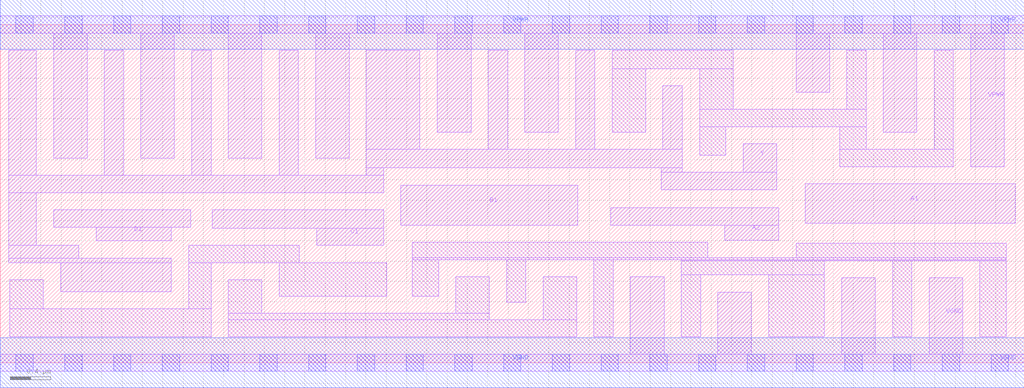
<source format=lef>
# Copyright 2020 The SkyWater PDK Authors
#
# Licensed under the Apache License, Version 2.0 (the "License");
# you may not use this file except in compliance with the License.
# You may obtain a copy of the License at
#
#     https://www.apache.org/licenses/LICENSE-2.0
#
# Unless required by applicable law or agreed to in writing, software
# distributed under the License is distributed on an "AS IS" BASIS,
# WITHOUT WARRANTIES OR CONDITIONS OF ANY KIND, either express or implied.
# See the License for the specific language governing permissions and
# limitations under the License.
#
# SPDX-License-Identifier: Apache-2.0

VERSION 5.7 ;
  NAMESCASESENSITIVE ON ;
  NOWIREEXTENSIONATPIN ON ;
  DIVIDERCHAR "/" ;
  BUSBITCHARS "[]" ;
UNITS
  DATABASE MICRONS 200 ;
END UNITS
MACRO sky130_fd_sc_lp__o2111ai_4
  CLASS CORE ;
  SOURCE USER ;
  FOREIGN sky130_fd_sc_lp__o2111ai_4 ;
  ORIGIN  0.000000  0.000000 ;
  SIZE  10.08000 BY  3.330000 ;
  SYMMETRY X Y R90 ;
  SITE unit ;
  PIN A1
    ANTENNAGATEAREA  1.260000 ;
    DIRECTION INPUT ;
    USE SIGNAL ;
    PORT
      LAYER li1 ;
        RECT 7.925000 1.375000 9.995000 1.760000 ;
    END
  END A1
  PIN A2
    ANTENNAGATEAREA  1.260000 ;
    DIRECTION INPUT ;
    USE SIGNAL ;
    PORT
      LAYER li1 ;
        RECT 6.010000 1.355000 7.665000 1.525000 ;
        RECT 7.135000 1.205000 7.665000 1.355000 ;
    END
  END A2
  PIN B1
    ANTENNAGATEAREA  1.260000 ;
    DIRECTION INPUT ;
    USE SIGNAL ;
    PORT
      LAYER li1 ;
        RECT 3.945000 1.355000 5.685000 1.750000 ;
    END
  END B1
  PIN C1
    ANTENNAGATEAREA  1.260000 ;
    DIRECTION INPUT ;
    USE SIGNAL ;
    PORT
      LAYER li1 ;
        RECT 2.085000 1.325000 3.775000 1.505000 ;
        RECT 3.115000 1.155000 3.775000 1.325000 ;
    END
  END C1
  PIN D1
    ANTENNAGATEAREA  1.260000 ;
    DIRECTION INPUT ;
    USE SIGNAL ;
    PORT
      LAYER li1 ;
        RECT 0.525000 1.335000 1.875000 1.505000 ;
        RECT 0.945000 1.200000 1.685000 1.335000 ;
    END
  END D1
  PIN Y
    ANTENNADIFFAREA  4.036200 ;
    DIRECTION OUTPUT ;
    USE SIGNAL ;
    PORT
      LAYER li1 ;
        RECT 0.085000 0.985000 1.685000 1.030000 ;
        RECT 0.085000 1.030000 0.775000 1.155000 ;
        RECT 0.085000 1.155000 0.355000 1.675000 ;
        RECT 0.085000 1.675000 3.775000 1.845000 ;
        RECT 0.085000 1.845000 0.355000 3.075000 ;
        RECT 0.595000 0.700000 1.685000 0.985000 ;
        RECT 1.025000 1.845000 1.215000 3.075000 ;
        RECT 1.885000 1.845000 2.075000 3.075000 ;
        RECT 2.745000 1.845000 2.935000 3.075000 ;
        RECT 3.605000 1.845000 3.775000 1.920000 ;
        RECT 3.605000 1.920000 6.715000 2.100000 ;
        RECT 3.605000 2.100000 4.130000 3.075000 ;
        RECT 4.805000 2.100000 4.995000 3.075000 ;
        RECT 5.665000 2.100000 5.855000 3.075000 ;
        RECT 6.510000 1.705000 7.645000 1.875000 ;
        RECT 6.510000 1.875000 6.715000 1.920000 ;
        RECT 6.525000 2.100000 6.715000 2.725000 ;
        RECT 7.315000 1.875000 7.645000 2.155000 ;
    END
  END Y
  PIN VGND
    DIRECTION INOUT ;
    USE GROUND ;
    PORT
      LAYER li1 ;
        RECT 0.000000 -0.085000 10.080000 0.085000 ;
        RECT 6.205000  0.085000  6.535000 0.845000 ;
        RECT 7.065000  0.085000  7.395000 0.695000 ;
        RECT 8.285000  0.085000  8.615000 0.835000 ;
        RECT 9.145000  0.085000  9.475000 0.835000 ;
      LAYER mcon ;
        RECT 0.155000 -0.085000 0.325000 0.085000 ;
        RECT 0.635000 -0.085000 0.805000 0.085000 ;
        RECT 1.115000 -0.085000 1.285000 0.085000 ;
        RECT 1.595000 -0.085000 1.765000 0.085000 ;
        RECT 2.075000 -0.085000 2.245000 0.085000 ;
        RECT 2.555000 -0.085000 2.725000 0.085000 ;
        RECT 3.035000 -0.085000 3.205000 0.085000 ;
        RECT 3.515000 -0.085000 3.685000 0.085000 ;
        RECT 3.995000 -0.085000 4.165000 0.085000 ;
        RECT 4.475000 -0.085000 4.645000 0.085000 ;
        RECT 4.955000 -0.085000 5.125000 0.085000 ;
        RECT 5.435000 -0.085000 5.605000 0.085000 ;
        RECT 5.915000 -0.085000 6.085000 0.085000 ;
        RECT 6.395000 -0.085000 6.565000 0.085000 ;
        RECT 6.875000 -0.085000 7.045000 0.085000 ;
        RECT 7.355000 -0.085000 7.525000 0.085000 ;
        RECT 7.835000 -0.085000 8.005000 0.085000 ;
        RECT 8.315000 -0.085000 8.485000 0.085000 ;
        RECT 8.795000 -0.085000 8.965000 0.085000 ;
        RECT 9.275000 -0.085000 9.445000 0.085000 ;
        RECT 9.755000 -0.085000 9.925000 0.085000 ;
      LAYER met1 ;
        RECT 0.000000 -0.245000 10.080000 0.245000 ;
    END
  END VGND
  PIN VPWR
    DIRECTION INOUT ;
    USE POWER ;
    PORT
      LAYER li1 ;
        RECT 0.000000 3.245000 10.080000 3.415000 ;
        RECT 0.525000 2.015000  0.855000 3.245000 ;
        RECT 1.385000 2.015000  1.715000 3.245000 ;
        RECT 2.245000 2.015000  2.575000 3.245000 ;
        RECT 3.105000 2.015000  3.435000 3.245000 ;
        RECT 4.300000 2.270000  4.635000 3.245000 ;
        RECT 5.165000 2.270000  5.495000 3.245000 ;
        RECT 7.835000 2.665000  8.165000 3.245000 ;
        RECT 8.695000 2.270000  9.025000 3.245000 ;
        RECT 9.555000 1.930000  9.885000 3.245000 ;
      LAYER mcon ;
        RECT 0.155000 3.245000 0.325000 3.415000 ;
        RECT 0.635000 3.245000 0.805000 3.415000 ;
        RECT 1.115000 3.245000 1.285000 3.415000 ;
        RECT 1.595000 3.245000 1.765000 3.415000 ;
        RECT 2.075000 3.245000 2.245000 3.415000 ;
        RECT 2.555000 3.245000 2.725000 3.415000 ;
        RECT 3.035000 3.245000 3.205000 3.415000 ;
        RECT 3.515000 3.245000 3.685000 3.415000 ;
        RECT 3.995000 3.245000 4.165000 3.415000 ;
        RECT 4.475000 3.245000 4.645000 3.415000 ;
        RECT 4.955000 3.245000 5.125000 3.415000 ;
        RECT 5.435000 3.245000 5.605000 3.415000 ;
        RECT 5.915000 3.245000 6.085000 3.415000 ;
        RECT 6.395000 3.245000 6.565000 3.415000 ;
        RECT 6.875000 3.245000 7.045000 3.415000 ;
        RECT 7.355000 3.245000 7.525000 3.415000 ;
        RECT 7.835000 3.245000 8.005000 3.415000 ;
        RECT 8.315000 3.245000 8.485000 3.415000 ;
        RECT 8.795000 3.245000 8.965000 3.415000 ;
        RECT 9.275000 3.245000 9.445000 3.415000 ;
        RECT 9.755000 3.245000 9.925000 3.415000 ;
      LAYER met1 ;
        RECT 0.000000 3.085000 10.080000 3.575000 ;
    END
  END VPWR
  OBS
    LAYER li1 ;
      RECT 0.095000 0.255000 2.075000 0.530000 ;
      RECT 0.095000 0.530000 0.425000 0.815000 ;
      RECT 1.855000 0.530000 2.075000 0.985000 ;
      RECT 1.855000 0.985000 2.945000 1.155000 ;
      RECT 2.245000 0.255000 5.675000 0.425000 ;
      RECT 2.245000 0.425000 4.815000 0.485000 ;
      RECT 2.245000 0.485000 2.575000 0.815000 ;
      RECT 2.745000 0.655000 3.805000 0.985000 ;
      RECT 4.055000 0.655000 4.315000 1.015000 ;
      RECT 4.055000 1.015000 9.905000 1.035000 ;
      RECT 4.055000 1.035000 6.965000 1.185000 ;
      RECT 4.485000 0.485000 4.815000 0.845000 ;
      RECT 4.985000 0.595000 5.175000 1.015000 ;
      RECT 5.345000 0.425000 5.675000 0.845000 ;
      RECT 5.845000 0.255000 6.035000 1.015000 ;
      RECT 6.025000 2.270000 6.355000 2.895000 ;
      RECT 6.025000 2.895000 7.215000 3.075000 ;
      RECT 6.705000 0.255000 6.895000 0.865000 ;
      RECT 6.705000 0.865000 8.115000 1.005000 ;
      RECT 6.705000 1.005000 9.905000 1.015000 ;
      RECT 6.885000 2.045000 7.145000 2.325000 ;
      RECT 6.885000 2.325000 8.525000 2.495000 ;
      RECT 6.885000 2.495000 7.215000 2.895000 ;
      RECT 7.565000 0.255000 8.115000 0.865000 ;
      RECT 7.835000 1.035000 9.905000 1.175000 ;
      RECT 8.265000 1.930000 9.385000 2.100000 ;
      RECT 8.265000 2.100000 8.525000 2.325000 ;
      RECT 8.335000 2.495000 8.525000 3.075000 ;
      RECT 8.785000 0.255000 8.975000 1.005000 ;
      RECT 9.195000 2.100000 9.385000 3.075000 ;
      RECT 9.645000 0.255000 9.905000 1.005000 ;
  END
END sky130_fd_sc_lp__o2111ai_4

</source>
